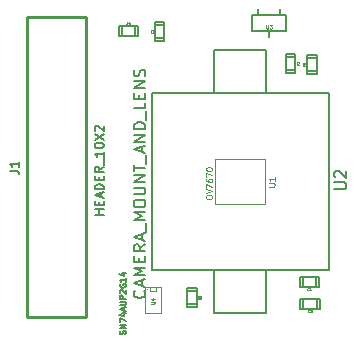
<source format=gto>
G04 (created by PCBNEW (2013-08-24 BZR 4298)-stable) date Fri 07 Feb 2014 09:32:46 PM PST*
%MOIN*%
G04 Gerber Fmt 3.4, Leading zero omitted, Abs format*
%FSLAX34Y34*%
G01*
G70*
G90*
G04 APERTURE LIST*
%ADD10C,0.005906*%
%ADD11C,0.005000*%
%ADD12C,0.010000*%
%ADD13C,0.002000*%
%ADD14C,0.003900*%
%ADD15C,0.001600*%
%ADD16C,0.007500*%
%ADD17C,0.002400*%
%ADD18C,0.002900*%
G04 APERTURE END LIST*
G54D10*
G54D11*
X57976Y-47284D02*
X57976Y-47604D01*
X58416Y-47594D02*
X58416Y-47284D01*
X58516Y-47604D02*
X57876Y-47604D01*
X57876Y-47604D02*
X57876Y-47284D01*
X57876Y-47284D02*
X58516Y-47284D01*
X58516Y-47284D02*
X58516Y-47604D01*
X53368Y-38878D02*
X53048Y-38878D01*
X53058Y-39318D02*
X53368Y-39318D01*
X53048Y-39418D02*
X53048Y-38778D01*
X53048Y-38778D02*
X53368Y-38778D01*
X53368Y-38778D02*
X53368Y-39418D01*
X53368Y-39418D02*
X53048Y-39418D01*
X58004Y-48013D02*
X58004Y-48333D01*
X58444Y-48323D02*
X58444Y-48013D01*
X58544Y-48333D02*
X57904Y-48333D01*
X57904Y-48333D02*
X57904Y-48013D01*
X57904Y-48013D02*
X58544Y-48013D01*
X58544Y-48013D02*
X58544Y-48333D01*
X52389Y-39250D02*
X52389Y-38930D01*
X51949Y-38940D02*
X51949Y-39250D01*
X51849Y-38930D02*
X52489Y-38930D01*
X52489Y-38930D02*
X52489Y-39250D01*
X52489Y-39250D02*
X51849Y-39250D01*
X51849Y-39250D02*
X51849Y-38930D01*
X58459Y-39980D02*
X58139Y-39980D01*
X58149Y-40420D02*
X58459Y-40420D01*
X58139Y-40520D02*
X58139Y-39880D01*
X58139Y-39880D02*
X58459Y-39880D01*
X58459Y-39880D02*
X58459Y-40520D01*
X58459Y-40520D02*
X58139Y-40520D01*
G54D12*
X50767Y-48622D02*
X48799Y-48622D01*
X50767Y-48622D02*
X50767Y-38622D01*
X48799Y-48622D02*
X48799Y-38622D01*
X48799Y-38622D02*
X50767Y-38622D01*
G54D11*
X57410Y-40389D02*
X57730Y-40389D01*
X57720Y-39949D02*
X57410Y-39949D01*
X57730Y-39849D02*
X57730Y-40489D01*
X57730Y-40489D02*
X57410Y-40489D01*
X57410Y-40489D02*
X57410Y-39849D01*
X57410Y-39849D02*
X57730Y-39849D01*
G54D10*
X56771Y-41141D02*
X56771Y-39724D01*
X56771Y-39724D02*
X55039Y-39724D01*
X55039Y-39724D02*
X55039Y-41141D01*
X56771Y-47047D02*
X56771Y-48464D01*
X56771Y-48464D02*
X55039Y-48464D01*
X55039Y-48464D02*
X55039Y-47047D01*
X58858Y-41141D02*
X52952Y-41141D01*
X52952Y-41141D02*
X52952Y-47047D01*
X52952Y-47047D02*
X58858Y-47047D01*
X58858Y-47047D02*
X58858Y-41141D01*
G54D13*
X56739Y-43349D02*
X56739Y-44839D01*
X56739Y-44839D02*
X55071Y-44839D01*
X55071Y-44839D02*
X55071Y-43349D01*
X55071Y-43349D02*
X56739Y-43349D01*
G54D11*
X54135Y-48188D02*
X54455Y-48188D01*
X54445Y-47748D02*
X54135Y-47748D01*
X54455Y-47648D02*
X54455Y-48288D01*
X54455Y-48288D02*
X54135Y-48288D01*
X54135Y-48288D02*
X54135Y-47648D01*
X54135Y-47648D02*
X54455Y-47648D01*
X56858Y-39073D02*
X56858Y-39293D01*
X56485Y-38563D02*
X56485Y-38343D01*
X57231Y-38563D02*
X57231Y-38343D01*
X57419Y-39073D02*
X56297Y-39073D01*
X56297Y-39073D02*
X56297Y-38563D01*
X56297Y-38563D02*
X57419Y-38563D01*
X57419Y-38563D02*
X57419Y-39073D01*
G54D14*
X53268Y-47629D02*
X53268Y-48481D01*
X53268Y-48481D02*
X52714Y-48481D01*
X52714Y-48481D02*
X52714Y-47629D01*
X52714Y-47629D02*
X53268Y-47629D01*
G54D13*
X53102Y-47651D02*
X53102Y-47741D01*
X53102Y-47741D02*
X52912Y-47741D01*
X52912Y-47741D02*
X52892Y-47741D01*
X52892Y-47741D02*
X52892Y-47641D01*
X52812Y-47703D02*
G75*
G03X52812Y-47703I-20J0D01*
G74*
G01*
G54D15*
X58183Y-47723D02*
X58179Y-47726D01*
X58168Y-47730D01*
X58161Y-47730D01*
X58149Y-47726D01*
X58142Y-47719D01*
X58138Y-47711D01*
X58134Y-47696D01*
X58134Y-47685D01*
X58138Y-47670D01*
X58142Y-47662D01*
X58149Y-47655D01*
X58161Y-47651D01*
X58168Y-47651D01*
X58179Y-47655D01*
X58183Y-47659D01*
X58258Y-47730D02*
X58213Y-47730D01*
X58236Y-47730D02*
X58236Y-47651D01*
X58228Y-47662D01*
X58221Y-47670D01*
X58213Y-47674D01*
X52986Y-39111D02*
X52990Y-39115D01*
X52994Y-39126D01*
X52994Y-39134D01*
X52990Y-39145D01*
X52983Y-39152D01*
X52975Y-39156D01*
X52960Y-39160D01*
X52949Y-39160D01*
X52934Y-39156D01*
X52926Y-39152D01*
X52919Y-39145D01*
X52915Y-39134D01*
X52915Y-39126D01*
X52919Y-39115D01*
X52922Y-39111D01*
X52922Y-39081D02*
X52919Y-39077D01*
X52915Y-39070D01*
X52915Y-39051D01*
X52919Y-39043D01*
X52922Y-39040D01*
X52930Y-39036D01*
X52937Y-39036D01*
X52949Y-39040D01*
X52994Y-39085D01*
X52994Y-39036D01*
X58211Y-48451D02*
X58207Y-48455D01*
X58196Y-48458D01*
X58188Y-48458D01*
X58177Y-48455D01*
X58169Y-48447D01*
X58166Y-48440D01*
X58162Y-48425D01*
X58162Y-48413D01*
X58166Y-48398D01*
X58169Y-48391D01*
X58177Y-48383D01*
X58188Y-48379D01*
X58196Y-48379D01*
X58207Y-48383D01*
X58211Y-48387D01*
X58237Y-48379D02*
X58286Y-48379D01*
X58260Y-48410D01*
X58271Y-48410D01*
X58278Y-48413D01*
X58282Y-48417D01*
X58286Y-48425D01*
X58286Y-48443D01*
X58282Y-48451D01*
X58278Y-48455D01*
X58271Y-48458D01*
X58248Y-48458D01*
X58241Y-48455D01*
X58237Y-48451D01*
X52156Y-38868D02*
X52152Y-38872D01*
X52141Y-38876D01*
X52133Y-38876D01*
X52122Y-38872D01*
X52114Y-38865D01*
X52110Y-38857D01*
X52107Y-38842D01*
X52107Y-38831D01*
X52110Y-38816D01*
X52114Y-38808D01*
X52122Y-38801D01*
X52133Y-38797D01*
X52141Y-38797D01*
X52152Y-38801D01*
X52156Y-38804D01*
X52223Y-38823D02*
X52223Y-38876D01*
X52205Y-38793D02*
X52186Y-38849D01*
X52235Y-38849D01*
X58077Y-40213D02*
X58081Y-40217D01*
X58084Y-40229D01*
X58084Y-40236D01*
X58081Y-40247D01*
X58073Y-40255D01*
X58066Y-40259D01*
X58051Y-40262D01*
X58039Y-40262D01*
X58024Y-40259D01*
X58017Y-40255D01*
X58009Y-40247D01*
X58005Y-40236D01*
X58005Y-40229D01*
X58009Y-40217D01*
X58013Y-40213D01*
X58005Y-40142D02*
X58005Y-40180D01*
X58043Y-40183D01*
X58039Y-40180D01*
X58036Y-40172D01*
X58036Y-40153D01*
X58039Y-40146D01*
X58043Y-40142D01*
X58051Y-40138D01*
X58069Y-40138D01*
X58077Y-40142D01*
X58081Y-40146D01*
X58084Y-40153D01*
X58084Y-40172D01*
X58081Y-40180D01*
X58077Y-40183D01*
G54D16*
X48211Y-43741D02*
X48425Y-43741D01*
X48468Y-43756D01*
X48497Y-43784D01*
X48511Y-43827D01*
X48511Y-43856D01*
X48511Y-43441D02*
X48511Y-43613D01*
X48511Y-43527D02*
X48211Y-43527D01*
X48254Y-43556D01*
X48283Y-43584D01*
X48297Y-43613D01*
X51346Y-45201D02*
X51046Y-45201D01*
X51189Y-45201D02*
X51189Y-45030D01*
X51346Y-45030D02*
X51046Y-45030D01*
X51189Y-44887D02*
X51189Y-44787D01*
X51346Y-44744D02*
X51346Y-44887D01*
X51046Y-44887D01*
X51046Y-44744D01*
X51260Y-44630D02*
X51260Y-44487D01*
X51346Y-44658D02*
X51046Y-44558D01*
X51346Y-44458D01*
X51346Y-44358D02*
X51046Y-44358D01*
X51046Y-44287D01*
X51060Y-44244D01*
X51089Y-44216D01*
X51117Y-44201D01*
X51174Y-44187D01*
X51217Y-44187D01*
X51274Y-44201D01*
X51303Y-44216D01*
X51332Y-44244D01*
X51346Y-44287D01*
X51346Y-44358D01*
X51189Y-44058D02*
X51189Y-43958D01*
X51346Y-43916D02*
X51346Y-44058D01*
X51046Y-44058D01*
X51046Y-43916D01*
X51346Y-43616D02*
X51203Y-43716D01*
X51346Y-43787D02*
X51046Y-43787D01*
X51046Y-43673D01*
X51060Y-43644D01*
X51074Y-43630D01*
X51103Y-43616D01*
X51146Y-43616D01*
X51174Y-43630D01*
X51189Y-43644D01*
X51203Y-43673D01*
X51203Y-43787D01*
X51374Y-43558D02*
X51374Y-43330D01*
X51346Y-43101D02*
X51346Y-43273D01*
X51346Y-43187D02*
X51046Y-43187D01*
X51089Y-43216D01*
X51117Y-43244D01*
X51132Y-43273D01*
X51046Y-42916D02*
X51046Y-42887D01*
X51060Y-42858D01*
X51074Y-42844D01*
X51103Y-42830D01*
X51160Y-42816D01*
X51232Y-42816D01*
X51289Y-42830D01*
X51317Y-42844D01*
X51332Y-42858D01*
X51346Y-42887D01*
X51346Y-42916D01*
X51332Y-42944D01*
X51317Y-42958D01*
X51289Y-42973D01*
X51232Y-42987D01*
X51160Y-42987D01*
X51103Y-42973D01*
X51074Y-42958D01*
X51060Y-42944D01*
X51046Y-42916D01*
X51046Y-42716D02*
X51346Y-42516D01*
X51046Y-42516D02*
X51346Y-42716D01*
X51074Y-42416D02*
X51060Y-42401D01*
X51046Y-42373D01*
X51046Y-42301D01*
X51060Y-42273D01*
X51074Y-42258D01*
X51103Y-42244D01*
X51132Y-42244D01*
X51174Y-42258D01*
X51346Y-42430D01*
X51346Y-42244D01*
G54D15*
X57856Y-40182D02*
X57818Y-40208D01*
X57856Y-40227D02*
X57777Y-40227D01*
X57777Y-40197D01*
X57781Y-40189D01*
X57785Y-40186D01*
X57792Y-40182D01*
X57803Y-40182D01*
X57811Y-40186D01*
X57815Y-40189D01*
X57818Y-40197D01*
X57818Y-40227D01*
X57856Y-40107D02*
X57856Y-40152D01*
X57856Y-40129D02*
X57777Y-40129D01*
X57788Y-40137D01*
X57796Y-40144D01*
X57800Y-40152D01*
G54D10*
X59036Y-44355D02*
X59355Y-44355D01*
X59392Y-44336D01*
X59411Y-44317D01*
X59430Y-44280D01*
X59430Y-44205D01*
X59411Y-44167D01*
X59392Y-44148D01*
X59355Y-44130D01*
X59036Y-44130D01*
X59073Y-43961D02*
X59055Y-43942D01*
X59036Y-43905D01*
X59036Y-43811D01*
X59055Y-43773D01*
X59073Y-43755D01*
X59111Y-43736D01*
X59148Y-43736D01*
X59205Y-43755D01*
X59430Y-43980D01*
X59430Y-43736D01*
X52699Y-47735D02*
X52718Y-47754D01*
X52737Y-47810D01*
X52737Y-47847D01*
X52718Y-47904D01*
X52680Y-47941D01*
X52643Y-47960D01*
X52568Y-47979D01*
X52512Y-47979D01*
X52437Y-47960D01*
X52399Y-47941D01*
X52362Y-47904D01*
X52343Y-47847D01*
X52343Y-47810D01*
X52362Y-47754D01*
X52380Y-47735D01*
X52624Y-47585D02*
X52624Y-47397D01*
X52737Y-47622D02*
X52343Y-47491D01*
X52737Y-47360D01*
X52737Y-47229D02*
X52343Y-47229D01*
X52624Y-47097D01*
X52343Y-46966D01*
X52737Y-46966D01*
X52530Y-46779D02*
X52530Y-46647D01*
X52737Y-46591D02*
X52737Y-46779D01*
X52343Y-46779D01*
X52343Y-46591D01*
X52737Y-46197D02*
X52549Y-46329D01*
X52737Y-46422D02*
X52343Y-46422D01*
X52343Y-46272D01*
X52362Y-46235D01*
X52380Y-46216D01*
X52418Y-46197D01*
X52474Y-46197D01*
X52512Y-46216D01*
X52530Y-46235D01*
X52549Y-46272D01*
X52549Y-46422D01*
X52624Y-46047D02*
X52624Y-45860D01*
X52737Y-46085D02*
X52343Y-45954D01*
X52737Y-45823D01*
X52774Y-45785D02*
X52774Y-45485D01*
X52737Y-45391D02*
X52343Y-45391D01*
X52624Y-45260D01*
X52343Y-45129D01*
X52737Y-45129D01*
X52343Y-44866D02*
X52343Y-44791D01*
X52362Y-44754D01*
X52399Y-44716D01*
X52474Y-44698D01*
X52605Y-44698D01*
X52680Y-44716D01*
X52718Y-44754D01*
X52737Y-44791D01*
X52737Y-44866D01*
X52718Y-44904D01*
X52680Y-44941D01*
X52605Y-44960D01*
X52474Y-44960D01*
X52399Y-44941D01*
X52362Y-44904D01*
X52343Y-44866D01*
X52343Y-44529D02*
X52662Y-44529D01*
X52699Y-44510D01*
X52718Y-44491D01*
X52737Y-44454D01*
X52737Y-44379D01*
X52718Y-44341D01*
X52699Y-44323D01*
X52662Y-44304D01*
X52343Y-44304D01*
X52737Y-44116D02*
X52343Y-44116D01*
X52737Y-43892D01*
X52343Y-43892D01*
X52343Y-43760D02*
X52343Y-43535D01*
X52737Y-43648D02*
X52343Y-43648D01*
X52774Y-43498D02*
X52774Y-43198D01*
X52624Y-43123D02*
X52624Y-42935D01*
X52737Y-43160D02*
X52343Y-43029D01*
X52737Y-42898D01*
X52737Y-42767D02*
X52343Y-42767D01*
X52737Y-42542D01*
X52343Y-42542D01*
X52737Y-42354D02*
X52343Y-42354D01*
X52343Y-42260D01*
X52362Y-42204D01*
X52399Y-42167D01*
X52437Y-42148D01*
X52512Y-42129D01*
X52568Y-42129D01*
X52643Y-42148D01*
X52680Y-42167D01*
X52718Y-42204D01*
X52737Y-42260D01*
X52737Y-42354D01*
X52774Y-42054D02*
X52774Y-41754D01*
X52737Y-41473D02*
X52737Y-41661D01*
X52343Y-41661D01*
X52530Y-41342D02*
X52530Y-41211D01*
X52737Y-41154D02*
X52737Y-41342D01*
X52343Y-41342D01*
X52343Y-41154D01*
X52737Y-40986D02*
X52343Y-40986D01*
X52737Y-40761D01*
X52343Y-40761D01*
X52718Y-40592D02*
X52737Y-40536D01*
X52737Y-40442D01*
X52718Y-40404D01*
X52699Y-40386D01*
X52662Y-40367D01*
X52624Y-40367D01*
X52587Y-40386D01*
X52568Y-40404D01*
X52549Y-40442D01*
X52530Y-40517D01*
X52512Y-40554D01*
X52493Y-40573D01*
X52455Y-40592D01*
X52418Y-40592D01*
X52380Y-40573D01*
X52362Y-40554D01*
X52343Y-40517D01*
X52343Y-40423D01*
X52362Y-40367D01*
G54D14*
X56850Y-44264D02*
X57010Y-44264D01*
X57029Y-44254D01*
X57038Y-44245D01*
X57047Y-44226D01*
X57047Y-44189D01*
X57038Y-44170D01*
X57029Y-44161D01*
X57010Y-44151D01*
X56850Y-44151D01*
X57047Y-43954D02*
X57047Y-44067D01*
X57047Y-44010D02*
X56850Y-44010D01*
X56878Y-44029D01*
X56897Y-44048D01*
X56907Y-44067D01*
X54764Y-44631D02*
X54764Y-44594D01*
X54773Y-44575D01*
X54792Y-44556D01*
X54829Y-44547D01*
X54895Y-44547D01*
X54933Y-44556D01*
X54951Y-44575D01*
X54961Y-44594D01*
X54961Y-44631D01*
X54951Y-44650D01*
X54933Y-44669D01*
X54895Y-44678D01*
X54829Y-44678D01*
X54792Y-44669D01*
X54773Y-44650D01*
X54764Y-44631D01*
X54764Y-44491D02*
X54961Y-44425D01*
X54764Y-44359D01*
X54764Y-44313D02*
X54764Y-44181D01*
X54961Y-44266D01*
X54764Y-44022D02*
X54764Y-44059D01*
X54773Y-44078D01*
X54782Y-44087D01*
X54811Y-44106D01*
X54848Y-44116D01*
X54923Y-44116D01*
X54942Y-44106D01*
X54951Y-44097D01*
X54961Y-44078D01*
X54961Y-44040D01*
X54951Y-44022D01*
X54942Y-44012D01*
X54923Y-44003D01*
X54876Y-44003D01*
X54857Y-44012D01*
X54848Y-44022D01*
X54839Y-44040D01*
X54839Y-44078D01*
X54848Y-44097D01*
X54857Y-44106D01*
X54876Y-44116D01*
X54764Y-43937D02*
X54764Y-43806D01*
X54961Y-43890D01*
X54764Y-43693D02*
X54764Y-43675D01*
X54773Y-43656D01*
X54782Y-43646D01*
X54801Y-43637D01*
X54839Y-43628D01*
X54886Y-43628D01*
X54923Y-43637D01*
X54942Y-43646D01*
X54951Y-43656D01*
X54961Y-43675D01*
X54961Y-43693D01*
X54951Y-43712D01*
X54942Y-43722D01*
X54923Y-43731D01*
X54886Y-43740D01*
X54839Y-43740D01*
X54801Y-43731D01*
X54782Y-43722D01*
X54773Y-43712D01*
X54764Y-43693D01*
G54D15*
X54573Y-47981D02*
X54577Y-47985D01*
X54581Y-47996D01*
X54581Y-48004D01*
X54577Y-48015D01*
X54569Y-48023D01*
X54562Y-48026D01*
X54547Y-48030D01*
X54535Y-48030D01*
X54520Y-48026D01*
X54513Y-48023D01*
X54505Y-48015D01*
X54502Y-48004D01*
X54502Y-47996D01*
X54505Y-47985D01*
X54509Y-47981D01*
X54535Y-47936D02*
X54532Y-47944D01*
X54528Y-47947D01*
X54520Y-47951D01*
X54517Y-47951D01*
X54509Y-47947D01*
X54505Y-47944D01*
X54502Y-47936D01*
X54502Y-47921D01*
X54505Y-47913D01*
X54509Y-47910D01*
X54517Y-47906D01*
X54520Y-47906D01*
X54528Y-47910D01*
X54532Y-47913D01*
X54535Y-47921D01*
X54535Y-47936D01*
X54539Y-47944D01*
X54543Y-47947D01*
X54550Y-47951D01*
X54565Y-47951D01*
X54573Y-47947D01*
X54577Y-47944D01*
X54581Y-47936D01*
X54581Y-47921D01*
X54577Y-47913D01*
X54573Y-47910D01*
X54565Y-47906D01*
X54550Y-47906D01*
X54543Y-47910D01*
X54539Y-47913D01*
X54535Y-47921D01*
G54D17*
X56768Y-38884D02*
X56768Y-38979D01*
X56773Y-38991D01*
X56779Y-38996D01*
X56790Y-39002D01*
X56813Y-39002D01*
X56824Y-38996D01*
X56830Y-38991D01*
X56835Y-38979D01*
X56835Y-38884D01*
X56880Y-38884D02*
X56953Y-38884D01*
X56914Y-38929D01*
X56931Y-38929D01*
X56942Y-38934D01*
X56948Y-38940D01*
X56953Y-38951D01*
X56953Y-38979D01*
X56948Y-38991D01*
X56942Y-38996D01*
X56931Y-39002D01*
X56897Y-39002D01*
X56886Y-38996D01*
X56880Y-38991D01*
G54D18*
X52927Y-48175D02*
X53023Y-48175D01*
X53034Y-48169D01*
X53039Y-48163D01*
X53045Y-48152D01*
X53045Y-48130D01*
X53039Y-48118D01*
X53034Y-48113D01*
X53023Y-48107D01*
X52927Y-48107D01*
X52966Y-48000D02*
X53045Y-48000D01*
X52921Y-48028D02*
X53006Y-48057D01*
X53006Y-47983D01*
G54D11*
X52073Y-49183D02*
X52082Y-49155D01*
X52082Y-49107D01*
X52073Y-49088D01*
X52063Y-49078D01*
X52044Y-49069D01*
X52025Y-49069D01*
X52006Y-49078D01*
X51996Y-49088D01*
X51987Y-49107D01*
X51977Y-49145D01*
X51968Y-49164D01*
X51958Y-49174D01*
X51939Y-49183D01*
X51920Y-49183D01*
X51901Y-49174D01*
X51892Y-49164D01*
X51882Y-49145D01*
X51882Y-49097D01*
X51892Y-49069D01*
X52082Y-48983D02*
X51882Y-48983D01*
X52082Y-48869D01*
X51882Y-48869D01*
X51882Y-48793D02*
X51882Y-48659D01*
X52082Y-48745D01*
X51949Y-48497D02*
X52082Y-48497D01*
X51873Y-48545D02*
X52015Y-48593D01*
X52015Y-48469D01*
X52025Y-48402D02*
X52025Y-48307D01*
X52082Y-48421D02*
X51882Y-48355D01*
X52082Y-48288D01*
X51882Y-48221D02*
X52044Y-48221D01*
X52063Y-48212D01*
X52073Y-48202D01*
X52082Y-48183D01*
X52082Y-48145D01*
X52073Y-48126D01*
X52063Y-48117D01*
X52044Y-48107D01*
X51882Y-48107D01*
X52082Y-48012D02*
X51882Y-48012D01*
X51882Y-47936D01*
X51892Y-47917D01*
X51901Y-47907D01*
X51920Y-47897D01*
X51949Y-47897D01*
X51968Y-47907D01*
X51977Y-47917D01*
X51987Y-47936D01*
X51987Y-48012D01*
X51901Y-47821D02*
X51892Y-47812D01*
X51882Y-47793D01*
X51882Y-47745D01*
X51892Y-47726D01*
X51901Y-47717D01*
X51920Y-47707D01*
X51939Y-47707D01*
X51968Y-47717D01*
X52082Y-47831D01*
X52082Y-47707D01*
X51892Y-47517D02*
X51882Y-47536D01*
X51882Y-47564D01*
X51892Y-47593D01*
X51911Y-47612D01*
X51930Y-47621D01*
X51968Y-47631D01*
X51996Y-47631D01*
X52034Y-47621D01*
X52054Y-47612D01*
X52073Y-47593D01*
X52082Y-47564D01*
X52082Y-47545D01*
X52073Y-47517D01*
X52063Y-47507D01*
X51996Y-47507D01*
X51996Y-47545D01*
X52082Y-47317D02*
X52082Y-47431D01*
X52082Y-47374D02*
X51882Y-47374D01*
X51911Y-47393D01*
X51930Y-47412D01*
X51939Y-47431D01*
X51949Y-47145D02*
X52082Y-47145D01*
X51873Y-47193D02*
X52015Y-47240D01*
X52015Y-47117D01*
M02*

</source>
